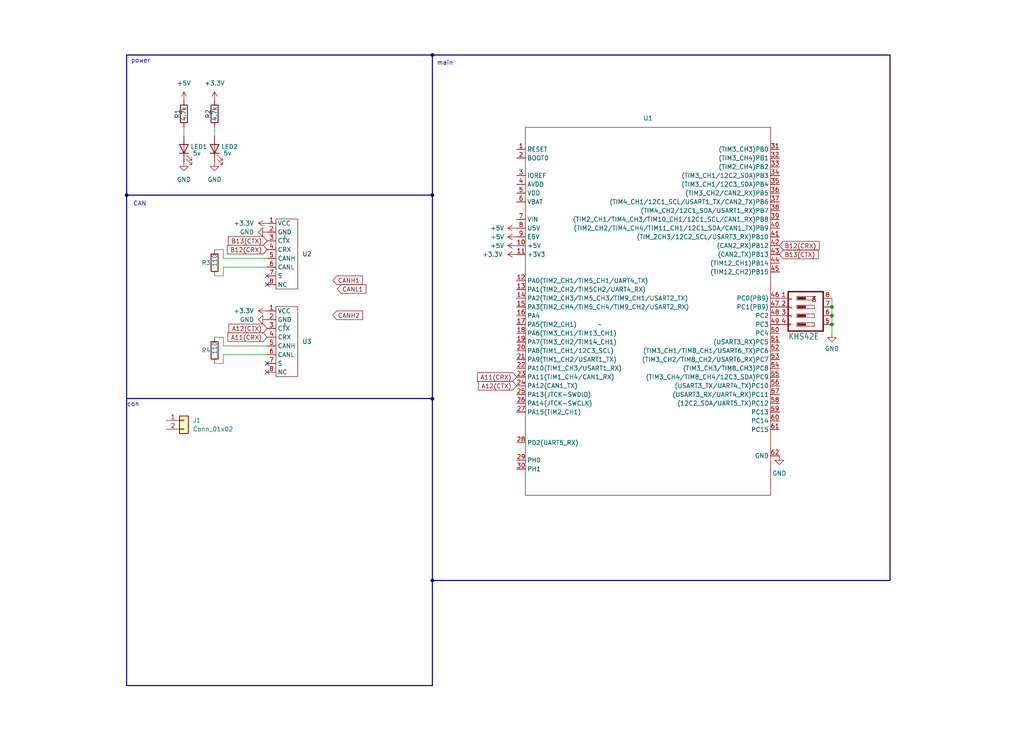
<source format=kicad_sch>
(kicad_sch (version 20230121) (generator eeschema)

  (uuid 5f8291ae-6b30-4227-b99f-27fcfbfcfd0c)

  (paper "User" 297.002 212.319)

  (title_block
    (title "ALTAIR_UNO_UNIT_V1")
    (date "2024-06-17")
    (rev "1.0.0")
    (company "-Altair-")
  )

  (lib_symbols
    (symbol "Connector_Generic:Conn_01x02" (pin_names (offset 1.016) hide) (in_bom yes) (on_board yes)
      (property "Reference" "J" (at 0 2.54 0)
        (effects (font (size 1.27 1.27)))
      )
      (property "Value" "Conn_01x02" (at 0 -5.08 0)
        (effects (font (size 1.27 1.27)))
      )
      (property "Footprint" "" (at 0 0 0)
        (effects (font (size 1.27 1.27)) hide)
      )
      (property "Datasheet" "~" (at 0 0 0)
        (effects (font (size 1.27 1.27)) hide)
      )
      (property "ki_keywords" "connector" (at 0 0 0)
        (effects (font (size 1.27 1.27)) hide)
      )
      (property "ki_description" "Generic connector, single row, 01x02, script generated (kicad-library-utils/schlib/autogen/connector/)" (at 0 0 0)
        (effects (font (size 1.27 1.27)) hide)
      )
      (property "ki_fp_filters" "Connector*:*_1x??_*" (at 0 0 0)
        (effects (font (size 1.27 1.27)) hide)
      )
      (symbol "Conn_01x02_1_1"
        (rectangle (start -1.27 -2.413) (end 0 -2.667)
          (stroke (width 0.1524) (type default))
          (fill (type none))
        )
        (rectangle (start -1.27 0.127) (end 0 -0.127)
          (stroke (width 0.1524) (type default))
          (fill (type none))
        )
        (rectangle (start -1.27 1.27) (end 1.27 -3.81)
          (stroke (width 0.254) (type default))
          (fill (type background))
        )
        (pin passive line (at -5.08 0 0) (length 3.81)
          (name "Pin_1" (effects (font (size 1.27 1.27))))
          (number "1" (effects (font (size 1.27 1.27))))
        )
        (pin passive line (at -5.08 -2.54 0) (length 3.81)
          (name "Pin_2" (effects (font (size 1.27 1.27))))
          (number "2" (effects (font (size 1.27 1.27))))
        )
      )
    )
    (symbol "Device:LED" (pin_numbers hide) (pin_names (offset 1.016) hide) (in_bom yes) (on_board yes)
      (property "Reference" "D" (at 0 2.54 0)
        (effects (font (size 1.27 1.27)))
      )
      (property "Value" "LED" (at 0 -2.54 0)
        (effects (font (size 1.27 1.27)))
      )
      (property "Footprint" "" (at 0 0 0)
        (effects (font (size 1.27 1.27)) hide)
      )
      (property "Datasheet" "~" (at 0 0 0)
        (effects (font (size 1.27 1.27)) hide)
      )
      (property "ki_keywords" "LED diode" (at 0 0 0)
        (effects (font (size 1.27 1.27)) hide)
      )
      (property "ki_description" "Light emitting diode" (at 0 0 0)
        (effects (font (size 1.27 1.27)) hide)
      )
      (property "ki_fp_filters" "LED* LED_SMD:* LED_THT:*" (at 0 0 0)
        (effects (font (size 1.27 1.27)) hide)
      )
      (symbol "LED_0_1"
        (polyline
          (pts
            (xy -1.27 -1.27)
            (xy -1.27 1.27)
          )
          (stroke (width 0.254) (type default))
          (fill (type none))
        )
        (polyline
          (pts
            (xy -1.27 0)
            (xy 1.27 0)
          )
          (stroke (width 0) (type default))
          (fill (type none))
        )
        (polyline
          (pts
            (xy 1.27 -1.27)
            (xy 1.27 1.27)
            (xy -1.27 0)
            (xy 1.27 -1.27)
          )
          (stroke (width 0.254) (type default))
          (fill (type none))
        )
        (polyline
          (pts
            (xy -3.048 -0.762)
            (xy -4.572 -2.286)
            (xy -3.81 -2.286)
            (xy -4.572 -2.286)
            (xy -4.572 -1.524)
          )
          (stroke (width 0) (type default))
          (fill (type none))
        )
        (polyline
          (pts
            (xy -1.778 -0.762)
            (xy -3.302 -2.286)
            (xy -2.54 -2.286)
            (xy -3.302 -2.286)
            (xy -3.302 -1.524)
          )
          (stroke (width 0) (type default))
          (fill (type none))
        )
      )
      (symbol "LED_1_1"
        (pin passive line (at -3.81 0 0) (length 2.54)
          (name "K" (effects (font (size 1.27 1.27))))
          (number "1" (effects (font (size 1.27 1.27))))
        )
        (pin passive line (at 3.81 0 180) (length 2.54)
          (name "A" (effects (font (size 1.27 1.27))))
          (number "2" (effects (font (size 1.27 1.27))))
        )
      )
    )
    (symbol "Device:R" (pin_numbers hide) (pin_names (offset 0)) (in_bom yes) (on_board yes)
      (property "Reference" "R" (at 2.032 0 90)
        (effects (font (size 1.27 1.27)))
      )
      (property "Value" "R" (at 0 0 90)
        (effects (font (size 1.27 1.27)))
      )
      (property "Footprint" "" (at -1.778 0 90)
        (effects (font (size 1.27 1.27)) hide)
      )
      (property "Datasheet" "~" (at 0 0 0)
        (effects (font (size 1.27 1.27)) hide)
      )
      (property "ki_keywords" "R res resistor" (at 0 0 0)
        (effects (font (size 1.27 1.27)) hide)
      )
      (property "ki_description" "Resistor" (at 0 0 0)
        (effects (font (size 1.27 1.27)) hide)
      )
      (property "ki_fp_filters" "R_*" (at 0 0 0)
        (effects (font (size 1.27 1.27)) hide)
      )
      (symbol "R_0_1"
        (rectangle (start -1.016 -2.54) (end 1.016 2.54)
          (stroke (width 0.254) (type default))
          (fill (type none))
        )
      )
      (symbol "R_1_1"
        (pin passive line (at 0 3.81 270) (length 1.27)
          (name "~" (effects (font (size 1.27 1.27))))
          (number "1" (effects (font (size 1.27 1.27))))
        )
        (pin passive line (at 0 -3.81 90) (length 1.27)
          (name "~" (effects (font (size 1.27 1.27))))
          (number "2" (effects (font (size 1.27 1.27))))
        )
      )
    )
    (symbol "TJA1051:TJA1051" (in_bom yes) (on_board yes)
      (property "Reference" "U" (at 1.27 10.16 0)
        (effects (font (size 1.27 1.27)))
      )
      (property "Value" "" (at 1.27 3.81 90)
        (effects (font (size 1.27 1.27)))
      )
      (property "Footprint" "" (at 1.27 3.81 90)
        (effects (font (size 1.27 1.27)) hide)
      )
      (property "Datasheet" "" (at 1.27 3.81 90)
        (effects (font (size 1.27 1.27)) hide)
      )
      (symbol "TJA1051_0_1"
        (rectangle (start 5.08 8.89) (end -1.27 -11.43)
          (stroke (width 0) (type default))
          (fill (type none))
        )
      )
      (symbol "TJA1051_1_1"
        (pin input line (at -3.81 7.62 0) (length 2.54)
          (name "VCC" (effects (font (size 1.27 1.27))))
          (number "1" (effects (font (size 1.27 1.27))))
        )
        (pin input line (at -3.81 5.08 0) (length 2.54)
          (name "GND" (effects (font (size 1.27 1.27))))
          (number "2" (effects (font (size 1.27 1.27))))
        )
        (pin input line (at -3.81 2.54 0) (length 2.54)
          (name "CTX" (effects (font (size 1.27 1.27))))
          (number "3" (effects (font (size 1.27 1.27))))
        )
        (pin input line (at -3.81 0 0) (length 2.54)
          (name "CRX" (effects (font (size 1.27 1.27))))
          (number "4" (effects (font (size 1.27 1.27))))
        )
        (pin input line (at -3.81 -2.54 0) (length 2.54)
          (name "CANH" (effects (font (size 1.27 1.27))))
          (number "5" (effects (font (size 1.27 1.27))))
        )
        (pin input line (at -3.81 -5.08 0) (length 2.54)
          (name "CANL" (effects (font (size 1.27 1.27))))
          (number "6" (effects (font (size 1.27 1.27))))
        )
        (pin input line (at -3.81 -7.62 0) (length 2.54)
          (name "S" (effects (font (size 1.27 1.27))))
          (number "7" (effects (font (size 1.27 1.27))))
        )
        (pin input line (at -3.81 -10.16 0) (length 2.54)
          (name "NC" (effects (font (size 1.27 1.27))))
          (number "8" (effects (font (size 1.27 1.27))))
        )
      )
    )
    (symbol "power:+3.3V" (power) (pin_names (offset 0)) (in_bom yes) (on_board yes)
      (property "Reference" "#PWR" (at 0 -3.81 0)
        (effects (font (size 1.27 1.27)) hide)
      )
      (property "Value" "+3.3V" (at 0 3.556 0)
        (effects (font (size 1.27 1.27)))
      )
      (property "Footprint" "" (at 0 0 0)
        (effects (font (size 1.27 1.27)) hide)
      )
      (property "Datasheet" "" (at 0 0 0)
        (effects (font (size 1.27 1.27)) hide)
      )
      (property "ki_keywords" "global power" (at 0 0 0)
        (effects (font (size 1.27 1.27)) hide)
      )
      (property "ki_description" "Power symbol creates a global label with name \"+3.3V\"" (at 0 0 0)
        (effects (font (size 1.27 1.27)) hide)
      )
      (symbol "+3.3V_0_1"
        (polyline
          (pts
            (xy -0.762 1.27)
            (xy 0 2.54)
          )
          (stroke (width 0) (type default))
          (fill (type none))
        )
        (polyline
          (pts
            (xy 0 0)
            (xy 0 2.54)
          )
          (stroke (width 0) (type default))
          (fill (type none))
        )
        (polyline
          (pts
            (xy 0 2.54)
            (xy 0.762 1.27)
          )
          (stroke (width 0) (type default))
          (fill (type none))
        )
      )
      (symbol "+3.3V_1_1"
        (pin power_in line (at 0 0 90) (length 0) hide
          (name "+3.3V" (effects (font (size 1.27 1.27))))
          (number "1" (effects (font (size 1.27 1.27))))
        )
      )
    )
    (symbol "power:+5V" (power) (pin_names (offset 0)) (in_bom yes) (on_board yes)
      (property "Reference" "#PWR" (at 0 -3.81 0)
        (effects (font (size 1.27 1.27)) hide)
      )
      (property "Value" "+5V" (at 0 3.556 0)
        (effects (font (size 1.27 1.27)))
      )
      (property "Footprint" "" (at 0 0 0)
        (effects (font (size 1.27 1.27)) hide)
      )
      (property "Datasheet" "" (at 0 0 0)
        (effects (font (size 1.27 1.27)) hide)
      )
      (property "ki_keywords" "global power" (at 0 0 0)
        (effects (font (size 1.27 1.27)) hide)
      )
      (property "ki_description" "Power symbol creates a global label with name \"+5V\"" (at 0 0 0)
        (effects (font (size 1.27 1.27)) hide)
      )
      (symbol "+5V_0_1"
        (polyline
          (pts
            (xy -0.762 1.27)
            (xy 0 2.54)
          )
          (stroke (width 0) (type default))
          (fill (type none))
        )
        (polyline
          (pts
            (xy 0 0)
            (xy 0 2.54)
          )
          (stroke (width 0) (type default))
          (fill (type none))
        )
        (polyline
          (pts
            (xy 0 2.54)
            (xy 0.762 1.27)
          )
          (stroke (width 0) (type default))
          (fill (type none))
        )
      )
      (symbol "+5V_1_1"
        (pin power_in line (at 0 0 90) (length 0) hide
          (name "+5V" (effects (font (size 1.27 1.27))))
          (number "1" (effects (font (size 1.27 1.27))))
        )
      )
    )
    (symbol "power:GND" (power) (pin_names (offset 0)) (in_bom yes) (on_board yes)
      (property "Reference" "#PWR" (at 0 -6.35 0)
        (effects (font (size 1.27 1.27)) hide)
      )
      (property "Value" "GND" (at 0 -3.81 0)
        (effects (font (size 1.27 1.27)))
      )
      (property "Footprint" "" (at 0 0 0)
        (effects (font (size 1.27 1.27)) hide)
      )
      (property "Datasheet" "" (at 0 0 0)
        (effects (font (size 1.27 1.27)) hide)
      )
      (property "ki_keywords" "global power" (at 0 0 0)
        (effects (font (size 1.27 1.27)) hide)
      )
      (property "ki_description" "Power symbol creates a global label with name \"GND\" , ground" (at 0 0 0)
        (effects (font (size 1.27 1.27)) hide)
      )
      (symbol "GND_0_1"
        (polyline
          (pts
            (xy 0 0)
            (xy 0 -1.27)
            (xy 1.27 -1.27)
            (xy 0 -2.54)
            (xy -1.27 -1.27)
            (xy 0 -1.27)
          )
          (stroke (width 0) (type default))
          (fill (type none))
        )
      )
      (symbol "GND_1_1"
        (pin power_in line (at 0 0 270) (length 0) hide
          (name "GND" (effects (font (size 1.27 1.27))))
          (number "1" (effects (font (size 1.27 1.27))))
        )
      )
    )
    (symbol "stm32F446RE-Nucleo:STM32F446RE-Nucleo" (in_bom yes) (on_board yes)
      (property "Reference" "U" (at 0 0 0)
        (effects (font (size 1.27 1.27)))
      )
      (property "Value" "" (at 0 0 0)
        (effects (font (size 1.27 1.27)))
      )
      (property "Footprint" "STM32F446RE-NUCLEO:STM32F446RE_Nucleo" (at 0 0 0)
        (effects (font (size 1.27 1.27)) hide)
      )
      (property "Datasheet" "" (at 0 0 0)
        (effects (font (size 1.27 1.27)) hide)
      )
      (symbol "STM32F446RE-Nucleo_0_1"
        (polyline
          (pts
            (xy -21.59 57.15)
            (xy 49.53 57.15)
            (xy 49.53 -46.99)
            (xy 49.53 -49.53)
            (xy -21.59 -49.53)
            (xy -21.59 57.15)
          )
          (stroke (width 0) (type default))
          (fill (type none))
        )
      )
      (symbol "STM32F446RE-Nucleo_1_1"
        (pin input line (at -24.13 50.8 0) (length 2.54)
          (name "RESET" (effects (font (size 1.27 1.27))))
          (number "1" (effects (font (size 1.27 1.27))))
        )
        (pin power_out line (at -24.13 22.86 0) (length 2.54)
          (name "+5V" (effects (font (size 1.27 1.27))))
          (number "10" (effects (font (size 1.27 1.27))))
        )
        (pin power_out line (at -24.13 20.32 0) (length 2.54)
          (name "+3V3" (effects (font (size 1.27 1.27))))
          (number "11" (effects (font (size 1.27 1.27))))
        )
        (pin bidirectional line (at -24.13 12.7 0) (length 2.54)
          (name "PA0(TIM2_CH1/TIM5_CH1/UART4_TX)" (effects (font (size 1.27 1.27))))
          (number "12" (effects (font (size 1.27 1.27))))
        )
        (pin bidirectional line (at -24.13 10.16 0) (length 2.54)
          (name "PA1(TIM2_CH2/TIM5CH2/UART4_RX)" (effects (font (size 1.27 1.27))))
          (number "13" (effects (font (size 1.27 1.27))))
        )
        (pin bidirectional line (at -24.13 7.62 0) (length 2.54)
          (name "PA2(TIM2_CH3/TIM5_CH3/TIM9_CH1/USART2_TX)" (effects (font (size 1.27 1.27))))
          (number "14" (effects (font (size 1.27 1.27))))
        )
        (pin bidirectional line (at -24.13 5.08 0) (length 2.54)
          (name "PA3(TIM2_CH4/TIM5_CH4/TIM9_CH2/USART2_RX)" (effects (font (size 1.27 1.27))))
          (number "15" (effects (font (size 1.27 1.27))))
        )
        (pin bidirectional line (at -24.13 2.54 0) (length 2.54)
          (name "PA4" (effects (font (size 1.27 1.27))))
          (number "16" (effects (font (size 1.27 1.27))))
        )
        (pin bidirectional line (at -24.13 0 0) (length 2.54)
          (name "PA5(TIM2_CH1)" (effects (font (size 1.27 1.27))))
          (number "17" (effects (font (size 1.27 1.27))))
        )
        (pin bidirectional line (at -24.13 -2.54 0) (length 2.54)
          (name "PA6(TIM3_CH1/TIM13_CH1)" (effects (font (size 1.27 1.27))))
          (number "18" (effects (font (size 1.27 1.27))))
        )
        (pin bidirectional line (at -24.13 -5.08 0) (length 2.54)
          (name "PA7(TIM3_CH2/TIM14_CH1)" (effects (font (size 1.27 1.27))))
          (number "19" (effects (font (size 1.27 1.27))))
        )
        (pin input line (at -24.13 48.26 0) (length 2.54)
          (name "BOOT0" (effects (font (size 1.27 1.27))))
          (number "2" (effects (font (size 1.27 1.27))))
        )
        (pin bidirectional line (at -24.13 -7.62 0) (length 2.54)
          (name "PA8(TIM1_CH1/12C3_SCL)" (effects (font (size 1.27 1.27))))
          (number "20" (effects (font (size 1.27 1.27))))
        )
        (pin bidirectional line (at -24.13 -10.16 0) (length 2.54)
          (name "PA9(TIM1_CH2/USART1_TX)" (effects (font (size 1.27 1.27))))
          (number "21" (effects (font (size 1.27 1.27))))
        )
        (pin bidirectional line (at -24.13 -12.7 0) (length 2.54)
          (name "PA10(TIM1_CH3/USART1_RX)" (effects (font (size 1.27 1.27))))
          (number "22" (effects (font (size 1.27 1.27))))
        )
        (pin bidirectional line (at -24.13 -15.24 0) (length 2.54)
          (name "PA11(TIM1_CH4/CAN1_RX)" (effects (font (size 1.27 1.27))))
          (number "23" (effects (font (size 1.27 1.27))))
        )
        (pin bidirectional line (at -24.13 -17.78 0) (length 2.54)
          (name "PA12(CAN1_TX)" (effects (font (size 1.27 1.27))))
          (number "24" (effects (font (size 1.27 1.27))))
        )
        (pin bidirectional line (at -24.13 -20.32 0) (length 2.54)
          (name "PA13(JTCK-SWDIO)" (effects (font (size 1.27 1.27))))
          (number "25" (effects (font (size 1.27 1.27))))
        )
        (pin bidirectional line (at -24.13 -22.86 0) (length 2.54)
          (name "PA14(JTCK-SWCLK)" (effects (font (size 1.27 1.27))))
          (number "26" (effects (font (size 1.27 1.27))))
        )
        (pin bidirectional line (at -24.13 -25.4 0) (length 2.54)
          (name "PA15(TIM2_CH1)" (effects (font (size 1.27 1.27))))
          (number "27" (effects (font (size 1.27 1.27))))
        )
        (pin bidirectional line (at -24.13 -34.29 0) (length 2.54)
          (name "PD2(UART5_RX)" (effects (font (size 1.27 1.27))))
          (number "28" (effects (font (size 1.27 1.27))))
        )
        (pin bidirectional line (at -24.13 -39.37 0) (length 2.54)
          (name "PH0" (effects (font (size 1.27 1.27))))
          (number "29" (effects (font (size 1.27 1.27))))
        )
        (pin input line (at -24.13 43.18 0) (length 2.54)
          (name "IOREF" (effects (font (size 1.27 1.27))))
          (number "3" (effects (font (size 1.27 1.27))))
        )
        (pin bidirectional line (at -24.13 -41.91 0) (length 2.54)
          (name "PH1" (effects (font (size 1.27 1.27))))
          (number "30" (effects (font (size 1.27 1.27))))
        )
        (pin bidirectional line (at 52.07 50.8 180) (length 2.54)
          (name "(TIM3_CH3)PB0" (effects (font (size 1.27 1.27))))
          (number "31" (effects (font (size 1.27 1.27))))
        )
        (pin bidirectional line (at 52.07 48.26 180) (length 2.54)
          (name "(TIM3_CH4)PB1" (effects (font (size 1.27 1.27))))
          (number "32" (effects (font (size 1.27 1.27))))
        )
        (pin bidirectional line (at 52.07 45.72 180) (length 2.54)
          (name "(TIM2_CH4)PB2" (effects (font (size 1.27 1.27))))
          (number "33" (effects (font (size 1.27 1.27))))
        )
        (pin bidirectional line (at 52.07 43.18 180) (length 2.54)
          (name "(TIM3_CH1/12C2_SDA)PB3" (effects (font (size 1.27 1.27))))
          (number "34" (effects (font (size 1.27 1.27))))
        )
        (pin bidirectional line (at 52.07 40.64 180) (length 2.54)
          (name "(TIM3_CH1/12C3_SDA)PB4" (effects (font (size 1.27 1.27))))
          (number "35" (effects (font (size 1.27 1.27))))
        )
        (pin bidirectional line (at 52.07 38.1 180) (length 2.54)
          (name "(TIM3_CH2/CAN2_RX)PB5" (effects (font (size 1.27 1.27))))
          (number "36" (effects (font (size 1.27 1.27))))
        )
        (pin bidirectional line (at 52.07 35.56 180) (length 2.54)
          (name "(TIM4_CH1/12C1_SCL/USART1_TX/CAN2_TX)PB6" (effects (font (size 1.27 1.27))))
          (number "37" (effects (font (size 1.27 1.27))))
        )
        (pin bidirectional line (at 52.07 33.02 180) (length 2.54)
          (name "(TIM4_CH2/12C1_SDA/USART1_RX)PB7" (effects (font (size 1.27 1.27))))
          (number "38" (effects (font (size 1.27 1.27))))
        )
        (pin bidirectional line (at 52.07 30.48 180) (length 2.54)
          (name "(TIM2_CH1/TIM4_CH3/TIM10_CH1/12C1_SCL/CAN1_RX)PB8" (effects (font (size 1.27 1.27))))
          (number "39" (effects (font (size 1.27 1.27))))
        )
        (pin input line (at -24.13 40.64 0) (length 2.54)
          (name "AVDD" (effects (font (size 1.27 1.27))))
          (number "4" (effects (font (size 1.27 1.27))))
        )
        (pin bidirectional line (at 52.07 27.94 180) (length 2.54)
          (name "(TIM2_CH2/TIM4_CH4/TIM11_CH1/12C1_SDA/CAN1_TX)PB9" (effects (font (size 1.27 1.27))))
          (number "40" (effects (font (size 1.27 1.27))))
        )
        (pin bidirectional line (at 52.07 25.4 180) (length 2.54)
          (name "(TIM_2CH3/12C2_SCL/USART3_RX)PB10" (effects (font (size 1.27 1.27))))
          (number "41" (effects (font (size 1.27 1.27))))
        )
        (pin bidirectional line (at 52.07 22.86 180) (length 2.54)
          (name "(CAN2_RX)PB12" (effects (font (size 1.27 1.27))))
          (number "42" (effects (font (size 1.27 1.27))))
        )
        (pin bidirectional line (at 52.07 20.32 180) (length 2.54)
          (name "(CAN2_TX)PB13" (effects (font (size 1.27 1.27))))
          (number "43" (effects (font (size 1.27 1.27))))
        )
        (pin bidirectional line (at 52.07 17.78 180) (length 2.54)
          (name "(TIM12_CH1)PB14" (effects (font (size 1.27 1.27))))
          (number "44" (effects (font (size 1.27 1.27))))
        )
        (pin bidirectional line (at 52.07 15.24 180) (length 2.54)
          (name "(TIM12_CH2)PB15" (effects (font (size 1.27 1.27))))
          (number "45" (effects (font (size 1.27 1.27))))
        )
        (pin bidirectional line (at 52.07 7.62 180) (length 2.54)
          (name "PC0(PB9)" (effects (font (size 1.27 1.27))))
          (number "46" (effects (font (size 1.27 1.27))))
        )
        (pin bidirectional line (at 52.07 5.08 180) (length 2.54)
          (name "PC1(PB9)" (effects (font (size 1.27 1.27))))
          (number "47" (effects (font (size 1.27 1.27))))
        )
        (pin bidirectional line (at 52.07 2.54 180) (length 2.54)
          (name "PC2" (effects (font (size 1.27 1.27))))
          (number "48" (effects (font (size 1.27 1.27))))
        )
        (pin bidirectional line (at 52.07 0 180) (length 2.54)
          (name "PC3" (effects (font (size 1.27 1.27))))
          (number "49" (effects (font (size 1.27 1.27))))
        )
        (pin input line (at -24.13 38.1 0) (length 2.54)
          (name "VDD" (effects (font (size 1.27 1.27))))
          (number "5" (effects (font (size 1.27 1.27))))
        )
        (pin bidirectional line (at 52.07 -2.54 180) (length 2.54)
          (name "PC4" (effects (font (size 1.27 1.27))))
          (number "50" (effects (font (size 1.27 1.27))))
        )
        (pin bidirectional line (at 52.07 -5.08 180) (length 2.54)
          (name "(USART3_RX)PC5" (effects (font (size 1.27 1.27))))
          (number "51" (effects (font (size 1.27 1.27))))
        )
        (pin bidirectional line (at 52.07 -7.62 180) (length 2.54)
          (name "(TIM3_CH1/TIM8_CH1/USART6_TX)PC6" (effects (font (size 1.27 1.27))))
          (number "52" (effects (font (size 1.27 1.27))))
        )
        (pin bidirectional line (at 52.07 -10.16 180) (length 2.54)
          (name "(TIM3_CH2/TIM8_CH2/USART6_RX)PC7" (effects (font (size 1.27 1.27))))
          (number "53" (effects (font (size 1.27 1.27))))
        )
        (pin bidirectional line (at 52.07 -12.7 180) (length 2.54)
          (name "(TIM3_CH3/TIM8_CH3)PC8" (effects (font (size 1.27 1.27))))
          (number "54" (effects (font (size 1.27 1.27))))
        )
        (pin bidirectional line (at 52.07 -15.24 180) (length 2.54)
          (name "(TIM3_CH4/TIM8_CH4/12C3_SDA)PC9" (effects (font (size 1.27 1.27))))
          (number "55" (effects (font (size 1.27 1.27))))
        )
        (pin bidirectional line (at 52.07 -17.78 180) (length 2.54)
          (name "(USART3_TX/UART4_TX)PC10" (effects (font (size 1.27 1.27))))
          (number "56" (effects (font (size 1.27 1.27))))
        )
        (pin bidirectional line (at 52.07 -20.32 180) (length 2.54)
          (name "(USART3_RX/UART4_RX)PC11" (effects (font (size 1.27 1.27))))
          (number "57" (effects (font (size 1.27 1.27))))
        )
        (pin bidirectional line (at 52.07 -22.86 180) (length 2.54)
          (name "(12C2_SDA/UART5_TX)PC12" (effects (font (size 1.27 1.27))))
          (number "58" (effects (font (size 1.27 1.27))))
        )
        (pin bidirectional line (at 52.07 -25.4 180) (length 2.54)
          (name "PC13" (effects (font (size 1.27 1.27))))
          (number "59" (effects (font (size 1.27 1.27))))
        )
        (pin input line (at -24.13 35.56 0) (length 2.54)
          (name "VBAT" (effects (font (size 1.27 1.27))))
          (number "6" (effects (font (size 1.27 1.27))))
        )
        (pin bidirectional line (at 52.07 -27.94 180) (length 2.54)
          (name "PC14" (effects (font (size 1.27 1.27))))
          (number "60" (effects (font (size 1.27 1.27))))
        )
        (pin bidirectional line (at 52.07 -30.48 180) (length 2.54)
          (name "PC15" (effects (font (size 1.27 1.27))))
          (number "61" (effects (font (size 1.27 1.27))))
        )
        (pin power_out line (at 52.07 -38.1 180) (length 2.54)
          (name "GND" (effects (font (size 1.27 1.27))))
          (number "62" (effects (font (size 1.27 1.27))))
        )
        (pin power_in line (at -24.13 30.48 0) (length 2.54)
          (name "VIN" (effects (font (size 1.27 1.27))))
          (number "7" (effects (font (size 1.27 1.27))))
        )
        (pin input line (at -24.13 27.94 0) (length 2.54)
          (name "U5V" (effects (font (size 1.27 1.27))))
          (number "8" (effects (font (size 1.27 1.27))))
        )
        (pin input line (at -24.13 25.4 0) (length 2.54)
          (name "E5V" (effects (font (size 1.27 1.27))))
          (number "9" (effects (font (size 1.27 1.27))))
        )
      )
    )
    (symbol "ver1-eagle-import:KHS42E" (in_bom yes) (on_board yes)
      (property "Reference" "" (at -5.08 -5.08 90)
        (effects (font (size 1.778 1.5113)) (justify left bottom) hide)
      )
      (property "Value" "" (at 9.525 -5.08 90)
        (effects (font (size 1.778 1.5113)) (justify left bottom))
      )
      (property "Footprint" "ver1:KHS42E" (at 0 0 0)
        (effects (font (size 1.27 1.27)) hide)
      )
      (property "Datasheet" "" (at 0 0 0)
        (effects (font (size 1.27 1.27)) hide)
      )
      (property "ki_locked" "" (at 0 0 0)
        (effects (font (size 1.27 1.27)))
      )
      (symbol "KHS42E_1_0"
        (rectangle (start -2.794 -2.286) (end -2.286 0)
          (stroke (width 0) (type default))
          (fill (type outline))
        )
        (rectangle (start -0.254 -2.286) (end 0.254 0)
          (stroke (width 0) (type default))
          (fill (type outline))
        )
        (polyline
          (pts
            (xy -4.445 -5.08)
            (xy 6.985 -5.08)
          )
          (stroke (width 0.4064) (type solid))
          (fill (type none))
        )
        (polyline
          (pts
            (xy -4.445 5.08)
            (xy -4.445 -5.08)
          )
          (stroke (width 0.4064) (type solid))
          (fill (type none))
        )
        (polyline
          (pts
            (xy -3.048 -2.54)
            (xy -3.048 2.54)
          )
          (stroke (width 0.1524) (type solid))
          (fill (type none))
        )
        (polyline
          (pts
            (xy -3.048 2.54)
            (xy -2.032 2.54)
          )
          (stroke (width 0.1524) (type solid))
          (fill (type none))
        )
        (polyline
          (pts
            (xy -2.032 -2.54)
            (xy -3.048 -2.54)
          )
          (stroke (width 0.1524) (type solid))
          (fill (type none))
        )
        (polyline
          (pts
            (xy -2.032 2.54)
            (xy -2.032 -2.54)
          )
          (stroke (width 0.1524) (type solid))
          (fill (type none))
        )
        (polyline
          (pts
            (xy -0.508 -2.54)
            (xy -0.508 2.54)
          )
          (stroke (width 0.1524) (type solid))
          (fill (type none))
        )
        (polyline
          (pts
            (xy -0.508 2.54)
            (xy 0.508 2.54)
          )
          (stroke (width 0.1524) (type solid))
          (fill (type none))
        )
        (polyline
          (pts
            (xy 0.508 -2.54)
            (xy -0.508 -2.54)
          )
          (stroke (width 0.1524) (type solid))
          (fill (type none))
        )
        (polyline
          (pts
            (xy 0.508 2.54)
            (xy 0.508 -2.54)
          )
          (stroke (width 0.1524) (type solid))
          (fill (type none))
        )
        (polyline
          (pts
            (xy 2.032 -2.54)
            (xy 2.032 2.54)
          )
          (stroke (width 0.1524) (type solid))
          (fill (type none))
        )
        (polyline
          (pts
            (xy 2.032 2.54)
            (xy 3.048 2.54)
          )
          (stroke (width 0.1524) (type solid))
          (fill (type none))
        )
        (polyline
          (pts
            (xy 3.048 -2.54)
            (xy 2.032 -2.54)
          )
          (stroke (width 0.1524) (type solid))
          (fill (type none))
        )
        (polyline
          (pts
            (xy 3.048 2.54)
            (xy 3.048 -2.54)
          )
          (stroke (width 0.1524) (type solid))
          (fill (type none))
        )
        (polyline
          (pts
            (xy 4.572 -2.54)
            (xy 4.572 2.54)
          )
          (stroke (width 0.1524) (type solid))
          (fill (type none))
        )
        (polyline
          (pts
            (xy 4.572 2.54)
            (xy 5.588 2.54)
          )
          (stroke (width 0.1524) (type solid))
          (fill (type none))
        )
        (polyline
          (pts
            (xy 5.588 -2.54)
            (xy 4.572 -2.54)
          )
          (stroke (width 0.1524) (type solid))
          (fill (type none))
        )
        (polyline
          (pts
            (xy 5.588 2.54)
            (xy 5.588 -2.54)
          )
          (stroke (width 0.1524) (type solid))
          (fill (type none))
        )
        (polyline
          (pts
            (xy 6.985 -5.08)
            (xy 6.985 5.08)
          )
          (stroke (width 0.4064) (type solid))
          (fill (type none))
        )
        (polyline
          (pts
            (xy 6.985 5.08)
            (xy -4.445 5.08)
          )
          (stroke (width 0.4064) (type solid))
          (fill (type none))
        )
        (rectangle (start 2.286 -2.286) (end 2.794 0)
          (stroke (width 0) (type default))
          (fill (type outline))
        )
        (rectangle (start 4.826 -2.286) (end 5.334 0)
          (stroke (width 0) (type default))
          (fill (type outline))
        )
        (text "1" (at -2.794 -4.064 0)
          (effects (font (size 0.9906 0.842) (thickness 0.1684) bold) (justify left bottom))
        )
        (text "2" (at -0.381 -4.064 0)
          (effects (font (size 0.9906 0.842) (thickness 0.1684) bold) (justify left bottom))
        )
        (text "3" (at 2.159 -4.064 0)
          (effects (font (size 0.9906 0.842) (thickness 0.1684) bold) (justify left bottom))
        )
        (text "4" (at 4.572 -4.064 0)
          (effects (font (size 0.9906 0.842) (thickness 0.1684) bold) (justify left bottom))
        )
        (text "ON" (at -3.302 3.048 0)
          (effects (font (size 0.9906 0.842) (thickness 0.1684) bold) (justify left bottom))
        )
        (pin passive line (at -2.54 -7.62 90) (length 2.54)
          (name "1" (effects (font (size 0 0))))
          (number "1" (effects (font (size 1.27 1.27))))
        )
        (pin passive line (at 0 -7.62 90) (length 2.54)
          (name "2" (effects (font (size 0 0))))
          (number "2" (effects (font (size 1.27 1.27))))
        )
        (pin passive line (at 2.54 -7.62 90) (length 2.54)
          (name "3" (effects (font (size 0 0))))
          (number "3" (effects (font (size 1.27 1.27))))
        )
        (pin passive line (at 5.08 -7.62 90) (length 2.54)
          (name "4" (effects (font (size 0 0))))
          (number "4" (effects (font (size 1.27 1.27))))
        )
        (pin passive line (at 5.08 7.62 270) (length 2.54)
          (name "5" (effects (font (size 0 0))))
          (number "5" (effects (font (size 1.27 1.27))))
        )
        (pin passive line (at 2.54 7.62 270) (length 2.54)
          (name "6" (effects (font (size 0 0))))
          (number "6" (effects (font (size 1.27 1.27))))
        )
        (pin passive line (at 0 7.62 270) (length 2.54)
          (name "7" (effects (font (size 0 0))))
          (number "7" (effects (font (size 1.27 1.27))))
        )
        (pin passive line (at -2.54 7.62 270) (length 2.54)
          (name "8" (effects (font (size 0 0))))
          (number "8" (effects (font (size 1.27 1.27))))
        )
      )
    )
  )

  (junction (at 125.3981 56.5912) (diameter 0) (color 0 0 0 0)
    (uuid 17c85721-77e5-407c-b6d7-0455a1374567)
  )
  (junction (at 36.7284 56.5912) (diameter 0) (color 0 0 0 0)
    (uuid 2aef8f14-662e-49ad-aece-ec9f03c82c8e)
  )
  (junction (at 241.2746 91.567) (diameter 0) (color 0 0 0 0)
    (uuid 450c8314-2370-4b65-b7d6-377798c7fafe)
  )
  (junction (at 125.3981 15.9512) (diameter 0) (color 0 0 0 0)
    (uuid 4c2773ee-c5e5-48d6-947a-10de89cefe80)
  )
  (junction (at 125.3981 168.3512) (diameter 0) (color 0 0 0 0)
    (uuid 4ddfb693-f295-4bd3-bddf-0beb5bac4a54)
  )
  (junction (at 241.2746 89.027) (diameter 0) (color 0 0 0 0)
    (uuid a85df9de-91c0-4557-82a8-73865da5dce6)
  )
  (junction (at 241.2746 94.107) (diameter 0) (color 0 0 0 0)
    (uuid be90503a-38d7-4c37-96ab-38638c3d567e)
  )
  (junction (at 125.3981 115.6462) (diameter 0) (color 0 0 0 0)
    (uuid ec57792b-3b56-443a-ade1-42185e0e9c15)
  )

  (no_connect (at 77.47 107.95) (uuid 10a297c2-9ec2-4412-b4e7-4218bfae8ed3))
  (no_connect (at 77.47 80.01) (uuid 6b48c647-a823-4ec4-9db1-0e5843c8da89))
  (no_connect (at 77.47 82.55) (uuid c49e3933-5848-45c9-914d-f945b86d990d))
  (no_connect (at 77.47 105.41) (uuid e94b61f3-26a0-4339-98b1-95c0592be8ec))

  (wire (pts (xy 62.23 72.39) (xy 64.77 72.39))
    (stroke (width 0) (type default))
    (uuid 0700334b-9c27-4af4-9b6a-336733f60530)
  )
  (bus (pts (xy 258.1131 168.3512) (xy 125.3981 168.3512))
    (stroke (width 0) (type default))
    (uuid 1831c91b-f74b-4069-bfd1-df51cf751f2c)
  )

  (wire (pts (xy 64.77 100.33) (xy 77.47 100.33))
    (stroke (width 0) (type default))
    (uuid 1d940842-4c8b-436b-95b9-bd8a1086362e)
  )
  (bus (pts (xy 36.7284 15.9512) (xy 125.3981 15.9512))
    (stroke (width 0) (type default))
    (uuid 2768aa96-7461-4b81-948b-04ad7f1cce6b)
  )
  (bus (pts (xy 125.3981 56.5912) (xy 125.3981 115.6462))
    (stroke (width 0) (type default))
    (uuid 30418faf-7919-4081-8b69-01eead43ae81)
  )

  (wire (pts (xy 53.34 36.83) (xy 53.34 39.37))
    (stroke (width 0.1524) (type solid))
    (uuid 33ac1412-806f-4885-84a6-f239c421c25b)
  )
  (wire (pts (xy 241.2746 89.027) (xy 241.2746 91.567))
    (stroke (width 0.1524) (type solid))
    (uuid 43b9e0da-682d-4385-af4a-77988c3c2e71)
  )
  (wire (pts (xy 64.77 74.93) (xy 77.47 74.93))
    (stroke (width 0) (type default))
    (uuid 44a4b1f5-253c-4353-9915-6b4dc459d27a)
  )
  (wire (pts (xy 62.23 36.83) (xy 62.23 39.37))
    (stroke (width 0.1524) (type solid))
    (uuid 4639d9f6-296d-4c55-b74a-911a413eb6c7)
  )
  (wire (pts (xy 64.77 105.41) (xy 64.77 102.87))
    (stroke (width 0) (type default))
    (uuid 464b02b7-9ff2-4e8a-b13c-4e44fd267325)
  )
  (wire (pts (xy 62.23 105.41) (xy 64.77 105.41))
    (stroke (width 0) (type default))
    (uuid 46b93faf-108f-492c-acd6-27535958907e)
  )
  (wire (pts (xy 64.77 102.87) (xy 77.47 102.87))
    (stroke (width 0) (type default))
    (uuid 480ceba0-2f7e-4d94-908f-fd504ce3d70e)
  )
  (bus (pts (xy 36.7284 15.9512) (xy 36.7284 56.5912))
    (stroke (width 0) (type default))
    (uuid 492aac3b-5871-4144-ac35-c3e75f256006)
  )
  (bus (pts (xy 36.7284 56.5912) (xy 36.7284 198.8312))
    (stroke (width 0) (type default))
    (uuid 4abd495b-53f7-48b7-80f3-7c368a7ba104)
  )
  (bus (pts (xy 36.7284 56.5912) (xy 125.3981 56.5912))
    (stroke (width 0) (type default))
    (uuid 533dafdf-d595-4434-ae14-73436ebd6d63)
  )
  (bus (pts (xy 125.3727 115.6462) (xy 125.3981 115.6462))
    (stroke (width 0) (type default))
    (uuid 56f4271a-c299-47bf-9537-b899bbc11523)
  )
  (bus (pts (xy 125.3981 15.9512) (xy 125.3981 56.5912))
    (stroke (width 0) (type default))
    (uuid 5fa17df2-1dc1-4541-ace2-1cf69677fabc)
  )
  (bus (pts (xy 36.7284 198.8312) (xy 125.3981 198.8312))
    (stroke (width 0) (type default))
    (uuid 79712bdd-1229-46a8-a489-bd0348093c2a)
  )

  (wire (pts (xy 241.2746 91.567) (xy 241.2746 94.107))
    (stroke (width 0.1524) (type solid))
    (uuid 80fc016a-c5aa-4a0f-8b5a-54eba6a44e85)
  )
  (wire (pts (xy 62.23 80.01) (xy 64.77 80.01))
    (stroke (width 0) (type default))
    (uuid 847dba21-d1c3-4d4d-b723-92cf6bb0425b)
  )
  (bus (pts (xy 125.3981 15.9512) (xy 258.1131 15.9512))
    (stroke (width 0) (type default))
    (uuid 8723e13d-b26f-4e77-b92e-d377a0906e90)
  )
  (bus (pts (xy 125.3981 198.8312) (xy 125.3981 168.3512))
    (stroke (width 0) (type default))
    (uuid 8d46c040-eec2-42ee-ba03-bd4debf61b6f)
  )

  (wire (pts (xy 64.77 97.79) (xy 64.77 100.33))
    (stroke (width 0) (type default))
    (uuid bb5d19f5-6499-4163-af1d-497b3d7f948f)
  )
  (wire (pts (xy 64.77 77.47) (xy 77.47 77.47))
    (stroke (width 0) (type default))
    (uuid c1b99283-d3bd-4cc2-89a8-804b731735ee)
  )
  (bus (pts (xy 125.3981 115.6462) (xy 125.3981 168.3512))
    (stroke (width 0) (type default))
    (uuid c78d0ae1-e406-49fb-93a4-e9f893449a2a)
  )
  (bus (pts (xy 36.83 115.57) (xy 125.73 115.57))
    (stroke (width 0) (type default))
    (uuid cb03bbc9-2efd-4c7a-b4bc-41a9c24cf1ae)
  )

  (wire (pts (xy 241.2746 94.107) (xy 241.2746 96.647))
    (stroke (width 0.1524) (type solid))
    (uuid cd71b8b1-3353-4869-b61d-46f949ac628f)
  )
  (bus (pts (xy 258.1131 15.9512) (xy 258.1131 168.3512))
    (stroke (width 0) (type default))
    (uuid d230cfc9-5a9a-482d-a238-0da1aa5180d6)
  )

  (wire (pts (xy 62.23 97.79) (xy 64.77 97.79))
    (stroke (width 0) (type default))
    (uuid e3928167-532c-4287-907d-a473dd93993a)
  )
  (wire (pts (xy 64.77 80.01) (xy 64.77 77.47))
    (stroke (width 0) (type default))
    (uuid efe1398f-00db-41ca-9a02-1c74f83a4333)
  )
  (wire (pts (xy 64.77 72.39) (xy 64.77 74.93))
    (stroke (width 0) (type default))
    (uuid f889e059-f61c-4624-ba72-bb8bd91f79e0)
  )
  (wire (pts (xy 241.2746 86.487) (xy 241.2746 89.027))
    (stroke (width 0.1524) (type solid))
    (uuid fc5e159e-1e88-4323-ad64-598a6a5b4579)
  )

  (text "CAN" (at 38.6021 59.9546 0)
    (effects (font (size 1.27 1.27)) (justify left bottom))
    (uuid 1e2aebe2-94ca-4ec6-8a49-fee59d7381a9)
  )
  (text "main\n" (at 126.6681 19.1262 0)
    (effects (font (size 1.27 1.27)) (justify left bottom))
    (uuid 63084b2b-679f-42d7-9235-1ae02473c2d8)
  )
  (text "power\n" (at 37.9459 18.4404 0)
    (effects (font (size 1.27 1.27)) (justify left bottom))
    (uuid 88f15d06-62a7-46e8-a6f6-7810e612e888)
  )
  (text "con\n" (at 36.83 118.11 0)
    (effects (font (size 1.27 1.27)) (justify left bottom))
    (uuid b85a52f8-119d-4c15-8e84-d575cf988824)
  )

  (global_label "CANH2" (shape input) (at 96.52 91.44 0) (fields_autoplaced)
    (effects (font (size 1.27 1.27)) (justify left))
    (uuid 2f4e372c-e8a2-4407-b784-37bec4bcc333)
    (property "Intersheetrefs" "${INTERSHEET_REFS}" (at 105.7343 91.44 0)
      (effects (font (size 1.27 1.27)) (justify left) hide)
    )
  )
  (global_label "B12(CRX)" (shape input) (at 226.0346 71.247 0) (fields_autoplaced)
    (effects (font (size 1.27 1.27)) (justify left))
    (uuid 7e567331-e1aa-4d4f-822e-8e3c3adde264)
    (property "Intersheetrefs" "${INTERSHEET_REFS}" (at 238.1517 71.247 0)
      (effects (font (size 1.27 1.27)) (justify left) hide)
    )
  )
  (global_label "A11(CRX)" (shape input) (at 149.8346 109.347 180) (fields_autoplaced)
    (effects (font (size 1.27 1.27)) (justify right))
    (uuid 7f1461d6-bb6b-45b7-816c-0b4bccec6d29)
    (property "Intersheetrefs" "${INTERSHEET_REFS}" (at 137.8989 109.347 0)
      (effects (font (size 1.27 1.27)) (justify right) hide)
    )
  )
  (global_label "B13(CTX)" (shape input) (at 226.0346 73.787 0) (fields_autoplaced)
    (effects (font (size 1.27 1.27)) (justify left))
    (uuid 894d9ba6-160d-4c3c-b968-0d80a4235a4a)
    (property "Intersheetrefs" "${INTERSHEET_REFS}" (at 237.8493 73.787 0)
      (effects (font (size 1.27 1.27)) (justify left) hide)
    )
  )
  (global_label "B13(CTX)" (shape input) (at 77.47 69.85 180) (fields_autoplaced)
    (effects (font (size 1.27 1.27)) (justify right))
    (uuid 9937a2ef-9f9d-487a-94fb-5ff0ba80bb7c)
    (property "Intersheetrefs" "${INTERSHEET_REFS}" (at 65.6553 69.85 0)
      (effects (font (size 1.27 1.27)) (justify right) hide)
    )
  )
  (global_label "CANL1" (shape input) (at 97.79 83.82 0) (fields_autoplaced)
    (effects (font (size 1.27 1.27)) (justify left))
    (uuid b13c2242-55ea-4948-8c88-940e29943001)
    (property "Intersheetrefs" "${INTERSHEET_REFS}" (at 106.7019 83.82 0)
      (effects (font (size 1.27 1.27)) (justify left) hide)
    )
  )
  (global_label "A12(CTX)" (shape input) (at 149.8346 111.887 180) (fields_autoplaced)
    (effects (font (size 1.27 1.27)) (justify right))
    (uuid cbe87daf-0847-468a-8d9e-29dec5e8cb40)
    (property "Intersheetrefs" "${INTERSHEET_REFS}" (at 138.2013 111.887 0)
      (effects (font (size 1.27 1.27)) (justify right) hide)
    )
  )
  (global_label "A11(CRX)" (shape input) (at 77.47 97.79 180) (fields_autoplaced)
    (effects (font (size 1.27 1.27)) (justify right))
    (uuid ccf0a228-9cd2-49b8-8e9a-26bb012176a1)
    (property "Intersheetrefs" "${INTERSHEET_REFS}" (at 65.5343 97.79 0)
      (effects (font (size 1.27 1.27)) (justify right) hide)
    )
  )
  (global_label "CANH1" (shape input) (at 96.52 81.28 0) (fields_autoplaced)
    (effects (font (size 1.27 1.27)) (justify left))
    (uuid dc209216-6451-46bb-8c12-5718eb765cf6)
    (property "Intersheetrefs" "${INTERSHEET_REFS}" (at 105.7343 81.28 0)
      (effects (font (size 1.27 1.27)) (justify left) hide)
    )
  )
  (global_label "B12(CRX)" (shape input) (at 77.47 72.39 180) (fields_autoplaced)
    (effects (font (size 1.27 1.27)) (justify right))
    (uuid e0b14ab9-633d-4d7b-acc3-8f3b8ef20c32)
    (property "Intersheetrefs" "${INTERSHEET_REFS}" (at 65.3529 72.39 0)
      (effects (font (size 1.27 1.27)) (justify right) hide)
    )
  )
  (global_label "A12(CTX)" (shape input) (at 77.47 95.25 180) (fields_autoplaced)
    (effects (font (size 1.27 1.27)) (justify right))
    (uuid ff057b9d-c40d-4c67-83be-04a9a78639bd)
    (property "Intersheetrefs" "${INTERSHEET_REFS}" (at 65.8367 95.25 0)
      (effects (font (size 1.27 1.27)) (justify right) hide)
    )
  )

  (symbol (lib_id "power:+5V") (at 149.8346 71.247 90) (unit 1)
    (in_bom yes) (on_board yes) (dnp no) (fields_autoplaced)
    (uuid 006d909a-d5fd-46aa-986d-35d28b1a9918)
    (property "Reference" "#PWR01" (at 153.6446 71.247 0)
      (effects (font (size 1.27 1.27)) hide)
    )
    (property "Value" "+5V" (at 146.2532 71.247 90)
      (effects (font (size 1.27 1.27)) (justify left))
    )
    (property "Footprint" "" (at 149.8346 71.247 0)
      (effects (font (size 1.27 1.27)) hide)
    )
    (property "Datasheet" "" (at 149.8346 71.247 0)
      (effects (font (size 1.27 1.27)) hide)
    )
    (pin "1" (uuid ab715c72-548c-458e-befa-70f636a619c9))
    (instances
      (project "ALTAIR_CAN_SHIELD _V1"
        (path "/5f8291ae-6b30-4227-b99f-27fcfbfcfd0c"
          (reference "#PWR01") (unit 1)
        )
      )
    )
  )

  (symbol (lib_id "TJA1051:TJA1051") (at 81.28 97.79 0) (unit 1)
    (in_bom yes) (on_board yes) (dnp no) (fields_autoplaced)
    (uuid 0befaeed-47cf-4056-9349-b40c65bfa3ca)
    (property "Reference" "U3" (at 87.63 99.06 0)
      (effects (font (size 1.27 1.27)) (justify left))
    )
    (property "Value" "~" (at 82.55 93.98 90)
      (effects (font (size 1.27 1.27)))
    )
    (property "Footprint" "" (at 82.55 93.98 90)
      (effects (font (size 1.27 1.27)) hide)
    )
    (property "Datasheet" "" (at 82.55 93.98 90)
      (effects (font (size 1.27 1.27)) hide)
    )
    (pin "1" (uuid cebcd2b1-a1cd-4f11-ad7d-8ec1ba029fcc))
    (pin "2" (uuid 0a562241-b64e-474a-be23-005ce751fe89))
    (pin "3" (uuid 87f2d4c1-d767-45d5-ae73-eb8f24e4f972))
    (pin "4" (uuid a4674f87-f4bd-4302-812a-f1d3b424107f))
    (pin "5" (uuid 7f089650-aded-4e90-85ea-4a23d8368f3f))
    (pin "6" (uuid c42ca9ac-e063-48d9-88f8-66aeb9e1cf8e))
    (pin "7" (uuid 9cad80d5-af73-431a-b6f9-12456b301289))
    (pin "8" (uuid 1db334c5-ac10-4bcf-867a-f1fe49999826))
    (instances
      (project "ALTAIR_CAN_SHIELD _V1"
        (path "/5f8291ae-6b30-4227-b99f-27fcfbfcfd0c"
          (reference "U3") (unit 1)
        )
      )
    )
  )

  (symbol (lib_id "power:GND") (at 77.47 92.71 270) (unit 1)
    (in_bom yes) (on_board yes) (dnp no) (fields_autoplaced)
    (uuid 187fc50b-143d-4c05-9c59-b1e61ff7a59d)
    (property "Reference" "#PWR014" (at 71.12 92.71 0)
      (effects (font (size 1.27 1.27)) hide)
    )
    (property "Value" "GND" (at 73.66 92.71 90)
      (effects (font (size 1.27 1.27)) (justify right))
    )
    (property "Footprint" "" (at 77.47 92.71 0)
      (effects (font (size 1.27 1.27)) hide)
    )
    (property "Datasheet" "" (at 77.47 92.71 0)
      (effects (font (size 1.27 1.27)) hide)
    )
    (pin "1" (uuid ae006e63-0ad4-4482-860f-2fa07819b1c0))
    (instances
      (project "ALTAIR_CAN_SHIELD _V1"
        (path "/5f8291ae-6b30-4227-b99f-27fcfbfcfd0c"
          (reference "#PWR014") (unit 1)
        )
      )
    )
  )

  (symbol (lib_id "TJA1051:TJA1051") (at 81.28 72.39 0) (unit 1)
    (in_bom yes) (on_board yes) (dnp no) (fields_autoplaced)
    (uuid 1d1e9a08-53db-40ad-8a52-778d20529d77)
    (property "Reference" "U2" (at 87.63 73.66 0)
      (effects (font (size 1.27 1.27)) (justify left))
    )
    (property "Value" "~" (at 82.55 68.58 90)
      (effects (font (size 1.27 1.27)))
    )
    (property "Footprint" "" (at 82.55 68.58 90)
      (effects (font (size 1.27 1.27)) hide)
    )
    (property "Datasheet" "" (at 82.55 68.58 90)
      (effects (font (size 1.27 1.27)) hide)
    )
    (pin "1" (uuid 943b5c9a-de5a-43f0-8a62-b23a4c0513d6))
    (pin "2" (uuid 0df894c7-d9c1-4895-8139-b7f95c179581))
    (pin "3" (uuid b35dd539-fdff-48c3-82d0-e7b79dad1f72))
    (pin "4" (uuid 8bef3a48-184f-4a75-8636-e1d9ce98c0ab))
    (pin "5" (uuid c550c108-4547-400f-aae2-3ffcc975fa6a))
    (pin "6" (uuid 8ea62a71-e3c3-4ac2-a9b4-1f13ec1f3382))
    (pin "7" (uuid ea532054-f674-4f39-bdf0-2b8abe4bd455))
    (pin "8" (uuid d217315d-46b2-495c-9829-0e6ead83f6c6))
    (instances
      (project "ALTAIR_CAN_SHIELD _V1"
        (path "/5f8291ae-6b30-4227-b99f-27fcfbfcfd0c"
          (reference "U2") (unit 1)
        )
      )
    )
  )

  (symbol (lib_id "power:+5V") (at 53.34 29.21 0) (unit 1)
    (in_bom yes) (on_board yes) (dnp no) (fields_autoplaced)
    (uuid 236c63d7-b59c-4ee4-ab9a-73b81c6e3221)
    (property "Reference" "#PWR04" (at 53.34 33.02 0)
      (effects (font (size 1.27 1.27)) hide)
    )
    (property "Value" "+5V" (at 53.34 24.13 0)
      (effects (font (size 1.27 1.27)))
    )
    (property "Footprint" "" (at 53.34 29.21 0)
      (effects (font (size 1.27 1.27)) hide)
    )
    (property "Datasheet" "" (at 53.34 29.21 0)
      (effects (font (size 1.27 1.27)) hide)
    )
    (pin "1" (uuid 7ab6e7de-d5c8-46bc-812b-5d9a24c68596))
    (instances
      (project "ALTAIR_CAN_SHIELD _V1"
        (path "/5f8291ae-6b30-4227-b99f-27fcfbfcfd0c"
          (reference "#PWR04") (unit 1)
        )
      )
    )
  )

  (symbol (lib_id "Device:R") (at 53.34 33.02 180) (unit 1)
    (in_bom yes) (on_board yes) (dnp no)
    (uuid 3166ec10-d59f-48f9-ac56-6b49a90b6619)
    (property "Reference" "R1" (at 51.435 33.02 90)
      (effects (font (size 1.27 1.27)))
    )
    (property "Value" "4.7k" (at 53.34 33.02 90)
      (effects (font (size 1.27 1.27)))
    )
    (property "Footprint" "Resistor_SMD:R_0603_1608Metric" (at 55.118 33.02 90)
      (effects (font (size 1.27 1.27)) hide)
    )
    (property "Datasheet" "~" (at 53.34 33.02 0)
      (effects (font (size 1.27 1.27)) hide)
    )
    (pin "1" (uuid b3e1411b-d3cc-40f3-84e8-45038cbdb482))
    (pin "2" (uuid b7d3aaa6-b660-4a3d-9f77-1343e70a8e1e))
    (instances
      (project "ALTAIR_CAN_SHIELD _V1"
        (path "/5f8291ae-6b30-4227-b99f-27fcfbfcfd0c"
          (reference "R1") (unit 1)
        )
      )
    )
  )

  (symbol (lib_id "power:+5V") (at 149.8346 68.707 90) (unit 1)
    (in_bom yes) (on_board yes) (dnp no) (fields_autoplaced)
    (uuid 31febf58-e23c-4f9b-b9cb-4489e0671ce4)
    (property "Reference" "#PWR02" (at 153.6446 68.707 0)
      (effects (font (size 1.27 1.27)) hide)
    )
    (property "Value" "+5V" (at 146.2532 68.707 90)
      (effects (font (size 1.27 1.27)) (justify left))
    )
    (property "Footprint" "" (at 149.8346 68.707 0)
      (effects (font (size 1.27 1.27)) hide)
    )
    (property "Datasheet" "" (at 149.8346 68.707 0)
      (effects (font (size 1.27 1.27)) hide)
    )
    (pin "1" (uuid 3c46684f-ac91-4769-b5df-9fdb75ab061b))
    (instances
      (project "ALTAIR_CAN_SHIELD _V1"
        (path "/5f8291ae-6b30-4227-b99f-27fcfbfcfd0c"
          (reference "#PWR02") (unit 1)
        )
      )
    )
  )

  (symbol (lib_id "Device:R") (at 62.23 76.2 0) (unit 1)
    (in_bom yes) (on_board yes) (dnp no)
    (uuid 36021850-ce20-4efd-a18f-e5ad3c6b5bc3)
    (property "Reference" "R3" (at 58.42 76.2 0)
      (effects (font (size 1.27 1.27)) (justify left))
    )
    (property "Value" "110" (at 62.23 77.47 90)
      (effects (font (size 1.27 1.27)) (justify left))
    )
    (property "Footprint" "" (at 60.452 76.2 90)
      (effects (font (size 1.27 1.27)) hide)
    )
    (property "Datasheet" "~" (at 62.23 76.2 0)
      (effects (font (size 1.27 1.27)) hide)
    )
    (pin "1" (uuid 1f8bd40e-e26c-41ae-a992-133347fef949))
    (pin "2" (uuid a29d8c43-d7f9-4610-9349-8aec8a1f9d59))
    (instances
      (project "ALTAIR_CAN_SHIELD _V1"
        (path "/5f8291ae-6b30-4227-b99f-27fcfbfcfd0c"
          (reference "R3") (unit 1)
        )
      )
    )
  )

  (symbol (lib_id "power:+3.3V") (at 77.47 90.17 90) (unit 1)
    (in_bom yes) (on_board yes) (dnp no) (fields_autoplaced)
    (uuid 49d1d32b-128f-462c-bcac-10b557b9efda)
    (property "Reference" "#PWR013" (at 81.28 90.17 0)
      (effects (font (size 1.27 1.27)) hide)
    )
    (property "Value" "+3.3V" (at 73.66 90.17 90)
      (effects (font (size 1.27 1.27)) (justify left))
    )
    (property "Footprint" "" (at 77.47 90.17 0)
      (effects (font (size 1.27 1.27)) hide)
    )
    (property "Datasheet" "" (at 77.47 90.17 0)
      (effects (font (size 1.27 1.27)) hide)
    )
    (pin "1" (uuid 7570506b-170b-4144-8677-edca1be1d1d7))
    (instances
      (project "ALTAIR_CAN_SHIELD _V1"
        (path "/5f8291ae-6b30-4227-b99f-27fcfbfcfd0c"
          (reference "#PWR013") (unit 1)
        )
      )
    )
  )

  (symbol (lib_id "stm32F446RE-Nucleo:STM32F446RE-Nucleo") (at 173.9646 94.107 0) (unit 1)
    (in_bom yes) (on_board yes) (dnp no) (fields_autoplaced)
    (uuid 563ee37b-f7ce-4ed8-841d-f961e8f97a1f)
    (property "Reference" "U1" (at 187.9346 34.29 0)
      (effects (font (size 1.27 1.27)))
    )
    (property "Value" "~" (at 173.9646 94.107 0)
      (effects (font (size 1.27 1.27)))
    )
    (property "Footprint" "STM32F446RE-NUCLEO:STM32F446RE_Nucleo" (at 173.9646 94.107 0)
      (effects (font (size 1.27 1.27)) hide)
    )
    (property "Datasheet" "" (at 173.9646 94.107 0)
      (effects (font (size 1.27 1.27)) hide)
    )
    (pin "1" (uuid 25a516d4-1f09-4cfc-bb8a-5c3d659757ba))
    (pin "10" (uuid db2bc5f8-5b86-4df9-ac3d-274046e23e84))
    (pin "11" (uuid 31f854e0-49aa-4a63-9f76-f0d6e4ae8833))
    (pin "12" (uuid ebe3c199-ad86-414d-8d5b-8a07c43ae5dd))
    (pin "13" (uuid e477474e-a31c-470f-94dd-3cee34f83c6e))
    (pin "14" (uuid 6101a0c1-4d24-40c7-a0c7-64aac8b838d1))
    (pin "15" (uuid 17a2a4af-2a34-4fc8-92f6-559177820650))
    (pin "16" (uuid 7433c439-ac3d-47fe-ae90-14fe9e8c616b))
    (pin "17" (uuid e75f6db8-60f4-412f-ad9a-08f674df41d1))
    (pin "18" (uuid 71b83325-a78d-4bd5-92f8-2b10de2307dc))
    (pin "19" (uuid 9314624f-a712-467d-9f74-8416865e113a))
    (pin "2" (uuid 018919e2-a452-443a-82bf-5ac63f5f9688))
    (pin "20" (uuid 6b375f91-3b57-487c-bee2-62cbe8874e5e))
    (pin "21" (uuid a4acf895-8d2d-45b1-8700-8be9a0abaa50))
    (pin "22" (uuid 4060b031-d9ea-4924-9c61-40f6e7d6d54d))
    (pin "23" (uuid d871b658-51e2-4701-9f7f-30f696e409a7))
    (pin "24" (uuid 8211dcff-99f6-4f52-8468-f1c91d995d2b))
    (pin "25" (uuid 069a70d8-763c-4feb-b974-9dea2fc6bb6a))
    (pin "26" (uuid 0632504d-3c44-4c97-ad0f-e68e215bc299))
    (pin "27" (uuid 0d992fe4-e39c-4c95-88c6-4ada719514dd))
    (pin "28" (uuid eea35a9b-5d4a-48a7-a26a-337288f303b5))
    (pin "29" (uuid ff0bb7ce-42ee-4b9e-833e-4139cf365510))
    (pin "3" (uuid 1bb0b32b-298e-4a28-8897-0ff7d893a7f7))
    (pin "30" (uuid 2e221c6d-1eaa-47ae-a401-1aaf7266e206))
    (pin "31" (uuid 281dd462-6c15-4ba3-812c-90e6dd147371))
    (pin "32" (uuid 83c8d5e3-9e31-4778-a9ec-5c03be6b4ae1))
    (pin "33" (uuid 8f647847-0c4b-483d-adfc-1f17d1520ddc))
    (pin "34" (uuid 2dcd0e47-9da5-43c5-a501-a9366f438143))
    (pin "35" (uuid d974f852-e291-4baf-8d0c-c06faa04bd10))
    (pin "36" (uuid 6b714cdb-cc91-4912-921d-7eb28b17488a))
    (pin "37" (uuid 79c033d7-d246-4035-8a3c-11b1a25ca7e2))
    (pin "38" (uuid 7432d3f3-a297-4da4-b34a-a332c0259f67))
    (pin "39" (uuid 0fbba742-7b9f-4fbb-95ab-57f90882758f))
    (pin "4" (uuid 2709b2cf-c86a-4881-92d1-985e2ff4ad3f))
    (pin "40" (uuid 8ba3e177-1424-4262-9a1c-718ff064d527))
    (pin "41" (uuid 38929595-ebe1-4b45-a666-468760865ee7))
    (pin "42" (uuid 33244478-1278-41fa-bca0-4115658f329d))
    (pin "43" (uuid c0dabab0-7a64-4cb7-a154-5dfbe2cf7ff6))
    (pin "44" (uuid 450b3726-5ca4-4fa5-9fb6-5237bc136845))
    (pin "45" (uuid 964e7de5-e4d4-4828-8b8d-4d14694e4c0d))
    (pin "46" (uuid 50c8afd0-26fb-4240-b0e2-cf1425922717))
    (pin "47" (uuid adc77803-5322-4d53-be46-b8796385316e))
    (pin "48" (uuid 7ace5891-fb80-4052-883c-df2d95f9e679))
    (pin "49" (uuid 7ef2c4ee-8b8a-43f8-8cde-b615cdbeca11))
    (pin "5" (uuid 7bc75264-1e91-400f-a69e-7e7e2b2325dd))
    (pin "50" (uuid 77677324-598b-4e7e-b660-38dfe69d7ab9))
    (pin "51" (uuid c160a4fa-22e0-429c-8d4a-6b9788c920b1))
    (pin "52" (uuid 43e2eb13-edc1-4c97-84ef-ef4b8011ad7a))
    (pin "53" (uuid 9262671d-c197-404a-a294-29dfa5cccd4b))
    (pin "54" (uuid 2727edcc-79ee-4e89-9f5c-c4c6591035e4))
    (pin "55" (uuid 819c05c4-5929-470b-925c-59ce8d5ca1bb))
    (pin "56" (uuid fe040fab-3ab9-47d2-8c2e-7caff8b3b561))
    (pin "57" (uuid cfb9acdc-e966-4615-bb85-b403774fec8b))
    (pin "58" (uuid 0ed7d4ac-b012-4332-85a3-879d0f13f59e))
    (pin "59" (uuid 51555acd-d20a-4e0e-9cb0-215c4f966a83))
    (pin "6" (uuid 280c9940-cde0-4453-90f3-67c4f8babcfe))
    (pin "60" (uuid 7d742f61-475d-4e83-93a5-76d17b8199e1))
    (pin "61" (uuid 6ca3d143-82a1-4df3-a1fa-609a39495ffb))
    (pin "62" (uuid 5aff2000-8678-4cbf-98a9-9164e92d3126))
    (pin "7" (uuid 96044865-db02-4dd3-a26f-9934dfec3b14))
    (pin "8" (uuid b3ed6f26-f08e-4af8-88eb-71212113d673))
    (pin "9" (uuid 80d0d0bb-ec62-4ea4-8282-a9e87b5bb2e8))
    (instances
      (project "ALTAIR_CAN_SHIELD _V1"
        (path "/5f8291ae-6b30-4227-b99f-27fcfbfcfd0c"
          (reference "U1") (unit 1)
        )
      )
    )
  )

  (symbol (lib_id "power:GND") (at 241.2746 96.647 0) (mirror y) (unit 1)
    (in_bom yes) (on_board yes) (dnp no) (fields_autoplaced)
    (uuid 5922cea2-2455-4d13-b275-c639d10c45ba)
    (property "Reference" "#PWR012" (at 241.2746 102.997 0)
      (effects (font (size 1.27 1.27)) hide)
    )
    (property "Value" "GND" (at 241.2746 101.092 0)
      (effects (font (size 1.27 1.27)))
    )
    (property "Footprint" "" (at 241.2746 96.647 0)
      (effects (font (size 1.27 1.27)) hide)
    )
    (property "Datasheet" "" (at 241.2746 96.647 0)
      (effects (font (size 1.27 1.27)) hide)
    )
    (pin "1" (uuid 3727e48a-d340-4165-9dac-ba3879d1de26))
    (instances
      (project "ALTAIR_CAN_SHIELD _V1"
        (path "/5f8291ae-6b30-4227-b99f-27fcfbfcfd0c"
          (reference "#PWR012") (unit 1)
        )
      )
    )
  )

  (symbol (lib_id "power:+3.3V") (at 62.23 29.21 0) (unit 1)
    (in_bom yes) (on_board yes) (dnp no) (fields_autoplaced)
    (uuid 6031c635-dd53-4246-a5aa-e6eac580e55b)
    (property "Reference" "#PWR07" (at 62.23 33.02 0)
      (effects (font (size 1.27 1.27)) hide)
    )
    (property "Value" "+3.3V" (at 62.23 24.13 0)
      (effects (font (size 1.27 1.27)))
    )
    (property "Footprint" "" (at 62.23 29.21 0)
      (effects (font (size 1.27 1.27)) hide)
    )
    (property "Datasheet" "" (at 62.23 29.21 0)
      (effects (font (size 1.27 1.27)) hide)
    )
    (pin "1" (uuid 6d0edd41-a029-444c-9ae2-8f5294acde5e))
    (instances
      (project "ALTAIR_CAN_SHIELD _V1"
        (path "/5f8291ae-6b30-4227-b99f-27fcfbfcfd0c"
          (reference "#PWR07") (unit 1)
        )
      )
    )
  )

  (symbol (lib_id "power:+3.3V") (at 149.8346 73.787 90) (unit 1)
    (in_bom yes) (on_board yes) (dnp no) (fields_autoplaced)
    (uuid 621f733f-5d38-4a7f-8157-4986c0b865e7)
    (property "Reference" "#PWR05" (at 153.6446 73.787 0)
      (effects (font (size 1.27 1.27)) hide)
    )
    (property "Value" "+3.3V" (at 145.7706 73.787 90)
      (effects (font (size 1.27 1.27)) (justify left))
    )
    (property "Footprint" "" (at 149.8346 73.787 0)
      (effects (font (size 1.27 1.27)) hide)
    )
    (property "Datasheet" "" (at 149.8346 73.787 0)
      (effects (font (size 1.27 1.27)) hide)
    )
    (pin "1" (uuid cd3bdc44-4862-4abb-a56f-ec07cd38b051))
    (instances
      (project "ALTAIR_CAN_SHIELD _V1"
        (path "/5f8291ae-6b30-4227-b99f-27fcfbfcfd0c"
          (reference "#PWR05") (unit 1)
        )
      )
    )
  )

  (symbol (lib_id "ver1-eagle-import:KHS42E") (at 233.6546 89.027 270) (unit 1)
    (in_bom yes) (on_board yes) (dnp no)
    (uuid 65e597f8-f515-4661-a306-a62f4739cfb9)
    (property "Reference" "S2" (at 228.5746 83.947 90)
      (effects (font (size 1.778 1.5113)) (justify left bottom) hide)
    )
    (property "Value" "KHS42E" (at 228.5746 98.552 90)
      (effects (font (size 1.778 1.5113)) (justify left bottom))
    )
    (property "Footprint" "Package_SO:SOIC-8_3.9x4.9mm_P1.27mm" (at 233.6546 89.027 0)
      (effects (font (size 1.27 1.27)) hide)
    )
    (property "Datasheet" "" (at 233.6546 89.027 0)
      (effects (font (size 1.27 1.27)) hide)
    )
    (pin "1" (uuid 35a8c0b8-379e-4df8-aed6-123f928364d4))
    (pin "2" (uuid 35061b16-67bd-4a80-ab7d-9477954c1f0f))
    (pin "3" (uuid 036a8d05-df8b-497c-b86c-4d1a8e98eb74))
    (pin "4" (uuid 9eb4a72e-9729-4c9a-9516-2667af839ba1))
    (pin "5" (uuid 45820088-12b5-4c64-946f-619791de71db))
    (pin "6" (uuid 6dd1ad62-1320-427a-bcc7-03a9ad4cc6bb))
    (pin "7" (uuid 7242612c-1f31-4a56-aaac-c1421f193152))
    (pin "8" (uuid 05be45b7-fdc4-427d-8cc1-4d85770834d6))
    (instances
      (project "ALTAIR_CAN_SHIELD _V1"
        (path "/5f8291ae-6b30-4227-b99f-27fcfbfcfd0c"
          (reference "S2") (unit 1)
        )
      )
    )
  )

  (symbol (lib_id "Device:R") (at 62.23 101.6 0) (unit 1)
    (in_bom yes) (on_board yes) (dnp no)
    (uuid 6b866b35-f7b7-4c52-8deb-fe1c40d618aa)
    (property "Reference" "R4" (at 58.42 101.6 0)
      (effects (font (size 1.27 1.27)) (justify left))
    )
    (property "Value" "110" (at 62.23 102.87 90)
      (effects (font (size 1.27 1.27)) (justify left))
    )
    (property "Footprint" "" (at 60.452 101.6 90)
      (effects (font (size 1.27 1.27)) hide)
    )
    (property "Datasheet" "~" (at 62.23 101.6 0)
      (effects (font (size 1.27 1.27)) hide)
    )
    (pin "1" (uuid 2b5e8342-1ce9-41d2-a7b4-e387f8f28078))
    (pin "2" (uuid 069963b5-ce6a-4e3f-8af2-5086c7cd6e6a))
    (instances
      (project "ALTAIR_CAN_SHIELD _V1"
        (path "/5f8291ae-6b30-4227-b99f-27fcfbfcfd0c"
          (reference "R4") (unit 1)
        )
      )
    )
  )

  (symbol (lib_id "Device:R") (at 62.23 33.02 180) (unit 1)
    (in_bom yes) (on_board yes) (dnp no)
    (uuid 6c857aff-8910-4d1c-9505-4eb56590317d)
    (property "Reference" "R2" (at 60.325 33.02 90)
      (effects (font (size 1.27 1.27)))
    )
    (property "Value" "4.7k" (at 62.23 33.02 90)
      (effects (font (size 1.27 1.27)))
    )
    (property "Footprint" "Resistor_SMD:R_0603_1608Metric" (at 64.008 33.02 90)
      (effects (font (size 1.27 1.27)) hide)
    )
    (property "Datasheet" "~" (at 62.23 33.02 0)
      (effects (font (size 1.27 1.27)) hide)
    )
    (pin "1" (uuid 62df2308-9c5c-4284-9da4-351437954222))
    (pin "2" (uuid a8b57941-039e-4bba-a3ce-d12fcdead463))
    (instances
      (project "ALTAIR_CAN_SHIELD _V1"
        (path "/5f8291ae-6b30-4227-b99f-27fcfbfcfd0c"
          (reference "R2") (unit 1)
        )
      )
    )
  )

  (symbol (lib_id "power:GND") (at 53.34 46.99 0) (unit 1)
    (in_bom yes) (on_board yes) (dnp no) (fields_autoplaced)
    (uuid 7b130f2a-524e-4043-b082-6e882507f12e)
    (property "Reference" "#PWR09" (at 53.34 53.34 0)
      (effects (font (size 1.27 1.27)) hide)
    )
    (property "Value" "GND" (at 53.34 52.07 0)
      (effects (font (size 1.27 1.27)))
    )
    (property "Footprint" "" (at 53.34 46.99 0)
      (effects (font (size 1.27 1.27)) hide)
    )
    (property "Datasheet" "" (at 53.34 46.99 0)
      (effects (font (size 1.27 1.27)) hide)
    )
    (pin "1" (uuid 8bf0bdf9-72c7-480e-8ed6-1ddaba57e5c8))
    (instances
      (project "ALTAIR_CAN_SHIELD _V1"
        (path "/5f8291ae-6b30-4227-b99f-27fcfbfcfd0c"
          (reference "#PWR09") (unit 1)
        )
      )
    )
  )

  (symbol (lib_id "power:+5V") (at 149.8346 66.167 90) (unit 1)
    (in_bom yes) (on_board yes) (dnp no) (fields_autoplaced)
    (uuid 8f0daa27-89ab-47e6-aec7-28a017ae7588)
    (property "Reference" "#PWR03" (at 153.6446 66.167 0)
      (effects (font (size 1.27 1.27)) hide)
    )
    (property "Value" "+5V" (at 146.2532 66.167 90)
      (effects (font (size 1.27 1.27)) (justify left))
    )
    (property "Footprint" "" (at 149.8346 66.167 0)
      (effects (font (size 1.27 1.27)) hide)
    )
    (property "Datasheet" "" (at 149.8346 66.167 0)
      (effects (font (size 1.27 1.27)) hide)
    )
    (pin "1" (uuid 67507df9-f8bf-4653-9011-375487d32112))
    (instances
      (project "ALTAIR_CAN_SHIELD _V1"
        (path "/5f8291ae-6b30-4227-b99f-27fcfbfcfd0c"
          (reference "#PWR03") (unit 1)
        )
      )
    )
  )

  (symbol (lib_id "Connector_Generic:Conn_01x02") (at 53.34 121.92 0) (unit 1)
    (in_bom yes) (on_board yes) (dnp no) (fields_autoplaced)
    (uuid 9639ce97-5de4-4e1e-94b7-7200c418a03e)
    (property "Reference" "J1" (at 55.88 121.92 0)
      (effects (font (size 1.27 1.27)) (justify left))
    )
    (property "Value" "Conn_01x02" (at 55.88 124.46 0)
      (effects (font (size 1.27 1.27)) (justify left))
    )
    (property "Footprint" "" (at 53.34 121.92 0)
      (effects (font (size 1.27 1.27)) hide)
    )
    (property "Datasheet" "~" (at 53.34 121.92 0)
      (effects (font (size 1.27 1.27)) hide)
    )
    (pin "1" (uuid 562a7afd-4347-4e67-93b0-ef9e9d85708f))
    (pin "2" (uuid d5a0363b-f20d-4c60-8ef6-0549af80b20f))
    (instances
      (project "ALTAIR_CAN_SHIELD _V1"
        (path "/5f8291ae-6b30-4227-b99f-27fcfbfcfd0c"
          (reference "J1") (unit 1)
        )
      )
    )
  )

  (symbol (lib_id "power:+3.3V") (at 77.47 64.77 90) (unit 1)
    (in_bom yes) (on_board yes) (dnp no) (fields_autoplaced)
    (uuid 9c175b93-0127-4fad-9022-3f5bd2037e44)
    (property "Reference" "#PWR011" (at 81.28 64.77 0)
      (effects (font (size 1.27 1.27)) hide)
    )
    (property "Value" "+3.3V" (at 73.66 64.77 90)
      (effects (font (size 1.27 1.27)) (justify left))
    )
    (property "Footprint" "" (at 77.47 64.77 0)
      (effects (font (size 1.27 1.27)) hide)
    )
    (property "Datasheet" "" (at 77.47 64.77 0)
      (effects (font (size 1.27 1.27)) hide)
    )
    (pin "1" (uuid 9b9bf4fb-1845-498f-90f4-144f1ad67bef))
    (instances
      (project "ALTAIR_CAN_SHIELD _V1"
        (path "/5f8291ae-6b30-4227-b99f-27fcfbfcfd0c"
          (reference "#PWR011") (unit 1)
        )
      )
    )
  )

  (symbol (lib_id "power:GND") (at 226.0346 132.207 0) (unit 1)
    (in_bom yes) (on_board yes) (dnp no) (fields_autoplaced)
    (uuid ad22cdd2-cd81-4764-8f0a-b86b170cc49a)
    (property "Reference" "#PWR06" (at 226.0346 138.557 0)
      (effects (font (size 1.27 1.27)) hide)
    )
    (property "Value" "GND" (at 226.0346 137.287 0)
      (effects (font (size 1.27 1.27)))
    )
    (property "Footprint" "" (at 226.0346 132.207 0)
      (effects (font (size 1.27 1.27)) hide)
    )
    (property "Datasheet" "" (at 226.0346 132.207 0)
      (effects (font (size 1.27 1.27)) hide)
    )
    (pin "1" (uuid 9449f03e-aa0c-40b0-90d7-892c9fd36bd9))
    (instances
      (project "ALTAIR_CAN_SHIELD _V1"
        (path "/5f8291ae-6b30-4227-b99f-27fcfbfcfd0c"
          (reference "#PWR06") (unit 1)
        )
      )
    )
  )

  (symbol (lib_id "Device:LED") (at 62.23 43.18 90) (unit 1)
    (in_bom yes) (on_board yes) (dnp no)
    (uuid b22ecde1-bd30-490e-8f9a-ec7688fd54eb)
    (property "Reference" "LED2" (at 64.135 42.545 90)
      (effects (font (size 1.27 1.27)) (justify right))
    )
    (property "Value" "5v" (at 64.77 44.45 90)
      (effects (font (size 1.27 1.27)) (justify right))
    )
    (property "Footprint" "LED_SMD:LED_0603_1608Metric" (at 62.23 43.18 0)
      (effects (font (size 1.27 1.27)) hide)
    )
    (property "Datasheet" "~" (at 62.23 43.18 0)
      (effects (font (size 1.27 1.27)) hide)
    )
    (pin "1" (uuid 7f2e8467-1af8-4aa2-b516-2a6fe0e20aa0))
    (pin "2" (uuid 735e2742-c666-4573-941b-1bb34c2e6ec0))
    (instances
      (project "ALTAIR_CAN_SHIELD _V1"
        (path "/5f8291ae-6b30-4227-b99f-27fcfbfcfd0c"
          (reference "LED2") (unit 1)
        )
      )
    )
  )

  (symbol (lib_id "power:GND") (at 77.47 67.31 270) (unit 1)
    (in_bom yes) (on_board yes) (dnp no) (fields_autoplaced)
    (uuid b41d4c83-e8a9-4e40-bd5e-809a4deb41d9)
    (property "Reference" "#PWR010" (at 71.12 67.31 0)
      (effects (font (size 1.27 1.27)) hide)
    )
    (property "Value" "GND" (at 73.66 67.31 90)
      (effects (font (size 1.27 1.27)) (justify right))
    )
    (property "Footprint" "" (at 77.47 67.31 0)
      (effects (font (size 1.27 1.27)) hide)
    )
    (property "Datasheet" "" (at 77.47 67.31 0)
      (effects (font (size 1.27 1.27)) hide)
    )
    (pin "1" (uuid 245f2066-af46-42b6-886e-f32961b55a51))
    (instances
      (project "ALTAIR_CAN_SHIELD _V1"
        (path "/5f8291ae-6b30-4227-b99f-27fcfbfcfd0c"
          (reference "#PWR010") (unit 1)
        )
      )
    )
  )

  (symbol (lib_id "Device:LED") (at 53.34 43.18 90) (unit 1)
    (in_bom yes) (on_board yes) (dnp no)
    (uuid b5381345-2f86-4f53-9ce3-1c977123f6ff)
    (property "Reference" "LED1" (at 55.245 42.545 90)
      (effects (font (size 1.27 1.27)) (justify right))
    )
    (property "Value" "5v" (at 55.88 44.45 90)
      (effects (font (size 1.27 1.27)) (justify right))
    )
    (property "Footprint" "LED_SMD:LED_0603_1608Metric" (at 53.34 43.18 0)
      (effects (font (size 1.27 1.27)) hide)
    )
    (property "Datasheet" "~" (at 53.34 43.18 0)
      (effects (font (size 1.27 1.27)) hide)
    )
    (pin "1" (uuid c53c0802-b270-4cfb-8aa6-95d152f457a0))
    (pin "2" (uuid c079e038-bfb7-4863-bdb5-fe322c441ec8))
    (instances
      (project "ALTAIR_CAN_SHIELD _V1"
        (path "/5f8291ae-6b30-4227-b99f-27fcfbfcfd0c"
          (reference "LED1") (unit 1)
        )
      )
    )
  )

  (symbol (lib_id "power:GND") (at 62.23 46.99 0) (unit 1)
    (in_bom yes) (on_board yes) (dnp no) (fields_autoplaced)
    (uuid bc668c46-753e-41e9-9afb-fcb8f8a5c121)
    (property "Reference" "#PWR08" (at 62.23 53.34 0)
      (effects (font (size 1.27 1.27)) hide)
    )
    (property "Value" "GND" (at 62.23 52.07 0)
      (effects (font (size 1.27 1.27)))
    )
    (property "Footprint" "" (at 62.23 46.99 0)
      (effects (font (size 1.27 1.27)) hide)
    )
    (property "Datasheet" "" (at 62.23 46.99 0)
      (effects (font (size 1.27 1.27)) hide)
    )
    (pin "1" (uuid 57dd1b08-0790-423e-b04f-40c91457ff11))
    (instances
      (project "ALTAIR_CAN_SHIELD _V1"
        (path "/5f8291ae-6b30-4227-b99f-27fcfbfcfd0c"
          (reference "#PWR08") (unit 1)
        )
      )
    )
  )

  (sheet_instances
    (path "/" (page "1"))
  )
)

</source>
